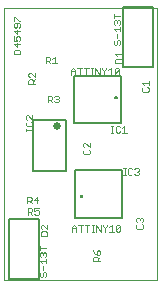
<source format=gto>
G75*
G70*
%OFA0B0*%
%FSLAX24Y24*%
%IPPOS*%
%LPD*%
%AMOC8*
5,1,8,0,0,1.08239X$1,22.5*
%
%ADD10C,0.0000*%
%ADD11C,0.0020*%
%ADD12C,0.0001*%
%ADD13C,0.0050*%
%ADD14C,0.0080*%
%ADD15C,0.0256*%
D10*
X000900Y000980D02*
X000900Y010035D01*
X006018Y010035D01*
X006018Y000980D01*
X000900Y000980D01*
X003440Y003748D02*
X003434Y003759D01*
X003432Y003771D01*
X003434Y003783D01*
X003440Y003794D01*
X003449Y003803D01*
X003459Y003808D01*
X003472Y003810D01*
X003484Y003808D01*
X003495Y003803D01*
X003504Y003794D01*
X003509Y003783D01*
X003511Y003771D01*
X003509Y003759D01*
X003504Y003748D01*
X003495Y003739D01*
X003484Y003733D01*
X003472Y003731D01*
X003459Y003733D01*
X003449Y003739D01*
X003440Y003748D01*
X004608Y007034D02*
X004620Y007032D01*
X004632Y007034D01*
X004643Y007040D01*
X004652Y007048D01*
X004658Y007059D01*
X004660Y007071D01*
X004658Y007084D01*
X004652Y007095D01*
X004643Y007103D01*
X004632Y007109D01*
X004620Y007111D01*
X004608Y007109D01*
X004597Y007103D01*
X004588Y007095D01*
X004583Y007084D01*
X004581Y007071D01*
X004583Y007059D01*
X004588Y007048D01*
X004597Y007040D01*
X004608Y007034D01*
D11*
X004643Y007826D02*
X004606Y007862D01*
X004753Y008009D01*
X004753Y007862D01*
X004716Y007826D01*
X004643Y007826D01*
X004606Y007862D02*
X004606Y008009D01*
X004643Y008046D01*
X004716Y008046D01*
X004753Y008009D01*
X004832Y008211D02*
X004612Y008211D01*
X004612Y008321D01*
X004649Y008357D01*
X004796Y008357D01*
X004832Y008321D01*
X004832Y008211D01*
X004832Y008432D02*
X004832Y008578D01*
X004832Y008505D02*
X004612Y008505D01*
X004685Y008432D01*
X004635Y008828D02*
X004672Y008864D01*
X004672Y008938D01*
X004709Y008974D01*
X004746Y008974D01*
X004782Y008938D01*
X004782Y008864D01*
X004746Y008828D01*
X004635Y008828D02*
X004599Y008828D01*
X004562Y008864D01*
X004562Y008938D01*
X004599Y008974D01*
X004672Y009049D02*
X004672Y009195D01*
X004635Y009270D02*
X004562Y009343D01*
X004782Y009343D01*
X004782Y009270D02*
X004782Y009416D01*
X004746Y009491D02*
X004782Y009527D01*
X004782Y009601D01*
X004746Y009637D01*
X004709Y009637D01*
X004672Y009601D01*
X004672Y009564D01*
X004672Y009601D02*
X004635Y009637D01*
X004599Y009637D01*
X004562Y009601D01*
X004562Y009527D01*
X004599Y009491D01*
X004562Y009712D02*
X004562Y009858D01*
X004562Y009785D02*
X004782Y009785D01*
X004458Y008046D02*
X004385Y007973D01*
X004311Y008009D02*
X004311Y008046D01*
X004311Y008009D02*
X004237Y007936D01*
X004237Y007826D01*
X004237Y007936D02*
X004164Y008009D01*
X004164Y008046D01*
X004090Y008046D02*
X004090Y007826D01*
X003943Y008046D01*
X003943Y007826D01*
X003869Y007826D02*
X003796Y007826D01*
X003832Y007826D02*
X003832Y008046D01*
X003796Y008046D02*
X003869Y008046D01*
X003722Y008046D02*
X003575Y008046D01*
X003648Y008046D02*
X003648Y007826D01*
X003501Y008046D02*
X003354Y008046D01*
X003427Y008046D02*
X003427Y007826D01*
X003280Y007826D02*
X003280Y007973D01*
X003206Y008046D01*
X003133Y007973D01*
X003133Y007826D01*
X003133Y007936D02*
X003280Y007936D01*
X002668Y008200D02*
X002521Y008200D01*
X002594Y008200D02*
X002594Y008420D01*
X002521Y008347D01*
X002447Y008383D02*
X002447Y008310D01*
X002410Y008273D01*
X002300Y008273D01*
X002300Y008200D02*
X002300Y008420D01*
X002410Y008420D01*
X002447Y008383D01*
X002373Y008273D02*
X002447Y008200D01*
X001940Y007886D02*
X001940Y007739D01*
X001793Y007886D01*
X001757Y007886D01*
X001720Y007849D01*
X001720Y007776D01*
X001757Y007739D01*
X001757Y007665D02*
X001830Y007665D01*
X001867Y007628D01*
X001867Y007518D01*
X001940Y007518D02*
X001720Y007518D01*
X001720Y007628D01*
X001757Y007665D01*
X001867Y007591D02*
X001940Y007665D01*
X002358Y007120D02*
X002468Y007120D01*
X002505Y007083D01*
X002505Y007010D01*
X002468Y006973D01*
X002358Y006973D01*
X002358Y006900D02*
X002358Y007120D01*
X002431Y006973D02*
X002505Y006900D01*
X002579Y006937D02*
X002616Y006900D01*
X002689Y006900D01*
X002726Y006937D01*
X002726Y006973D01*
X002689Y007010D01*
X002652Y007010D01*
X002689Y007010D02*
X002726Y007047D01*
X002726Y007083D01*
X002689Y007120D01*
X002616Y007120D01*
X002579Y007083D01*
X001850Y006467D02*
X001850Y006321D01*
X001703Y006467D01*
X001666Y006467D01*
X001630Y006431D01*
X001630Y006357D01*
X001666Y006321D01*
X001666Y006246D02*
X001630Y006210D01*
X001630Y006136D01*
X001666Y006100D01*
X001813Y006100D01*
X001850Y006136D01*
X001850Y006210D01*
X001813Y006246D01*
X001850Y006026D02*
X001850Y005952D01*
X001850Y005989D02*
X001630Y005989D01*
X001630Y005952D02*
X001630Y006026D01*
X001678Y003760D02*
X001788Y003760D01*
X001825Y003723D01*
X001825Y003650D01*
X001788Y003613D01*
X001678Y003613D01*
X001678Y003540D02*
X001678Y003760D01*
X001751Y003613D02*
X001825Y003540D01*
X001899Y003650D02*
X002046Y003650D01*
X002009Y003540D02*
X002009Y003760D01*
X001899Y003650D01*
X001921Y003380D02*
X001921Y003270D01*
X001994Y003307D01*
X002031Y003307D01*
X002068Y003270D01*
X002068Y003197D01*
X002031Y003160D01*
X001958Y003160D01*
X001921Y003197D01*
X001847Y003160D02*
X001773Y003233D01*
X001810Y003233D02*
X001700Y003233D01*
X001700Y003160D02*
X001700Y003380D01*
X001810Y003380D01*
X001847Y003343D01*
X001847Y003270D01*
X001810Y003233D01*
X001921Y003380D02*
X002068Y003380D01*
X002165Y002819D02*
X002128Y002782D01*
X002128Y002708D01*
X002165Y002672D01*
X002165Y002598D02*
X002128Y002561D01*
X002128Y002451D01*
X002348Y002451D01*
X002348Y002561D01*
X002312Y002598D01*
X002165Y002598D01*
X002348Y002672D02*
X002202Y002819D01*
X002165Y002819D01*
X002348Y002819D02*
X002348Y002672D01*
X002098Y002122D02*
X002098Y001975D01*
X002098Y002048D02*
X002318Y002048D01*
X002282Y001901D02*
X002318Y001864D01*
X002318Y001790D01*
X002282Y001754D01*
X002318Y001680D02*
X002318Y001533D01*
X002318Y001606D02*
X002098Y001606D01*
X002172Y001533D01*
X002208Y001459D02*
X002208Y001312D01*
X002245Y001238D02*
X002282Y001238D01*
X002318Y001201D01*
X002318Y001127D01*
X002282Y001091D01*
X002208Y001127D02*
X002208Y001201D01*
X002245Y001238D01*
X002208Y001127D02*
X002172Y001091D01*
X002135Y001091D01*
X002098Y001127D01*
X002098Y001201D01*
X002135Y001238D01*
X002135Y001754D02*
X002098Y001790D01*
X002098Y001864D01*
X002135Y001901D01*
X002172Y001901D01*
X002208Y001864D01*
X002245Y001901D01*
X002282Y001901D01*
X002208Y001864D02*
X002208Y001827D01*
X003165Y002596D02*
X003165Y002743D01*
X003238Y002817D01*
X003312Y002743D01*
X003312Y002596D01*
X003312Y002707D02*
X003165Y002707D01*
X003386Y002817D02*
X003533Y002817D01*
X003607Y002817D02*
X003754Y002817D01*
X003828Y002817D02*
X003901Y002817D01*
X003864Y002817D02*
X003864Y002596D01*
X003828Y002596D02*
X003901Y002596D01*
X003975Y002596D02*
X003975Y002817D01*
X004122Y002596D01*
X004122Y002817D01*
X004196Y002817D02*
X004196Y002780D01*
X004269Y002707D01*
X004269Y002596D01*
X004269Y002707D02*
X004343Y002780D01*
X004343Y002817D01*
X004417Y002743D02*
X004490Y002817D01*
X004490Y002596D01*
X004417Y002596D02*
X004564Y002596D01*
X004638Y002633D02*
X004785Y002780D01*
X004785Y002633D01*
X004748Y002596D01*
X004675Y002596D01*
X004638Y002633D01*
X004638Y002780D01*
X004675Y002817D01*
X004748Y002817D01*
X004785Y002780D01*
X005318Y002803D02*
X005318Y002729D01*
X005354Y002692D01*
X005501Y002692D01*
X005538Y002729D01*
X005538Y002803D01*
X005501Y002839D01*
X005501Y002913D02*
X005538Y002950D01*
X005538Y003024D01*
X005501Y003060D01*
X005465Y003060D01*
X005428Y003024D01*
X005428Y002987D01*
X005428Y003024D02*
X005391Y003060D01*
X005354Y003060D01*
X005318Y003024D01*
X005318Y002950D01*
X005354Y002913D01*
X005354Y002839D02*
X005318Y002803D01*
X005290Y004487D02*
X005253Y004524D01*
X005290Y004487D02*
X005363Y004487D01*
X005400Y004524D01*
X005400Y004560D01*
X005363Y004597D01*
X005327Y004597D01*
X005363Y004597D02*
X005400Y004634D01*
X005400Y004670D01*
X005363Y004707D01*
X005290Y004707D01*
X005253Y004670D01*
X005179Y004670D02*
X005142Y004707D01*
X005069Y004707D01*
X005032Y004670D01*
X005032Y004524D01*
X005069Y004487D01*
X005142Y004487D01*
X005179Y004524D01*
X004958Y004487D02*
X004885Y004487D01*
X004922Y004487D02*
X004922Y004707D01*
X004958Y004707D02*
X004885Y004707D01*
X004919Y005895D02*
X004919Y006116D01*
X004846Y006042D01*
X004772Y006079D02*
X004735Y006116D01*
X004662Y006116D01*
X004625Y006079D01*
X004625Y005932D01*
X004662Y005895D01*
X004735Y005895D01*
X004772Y005932D01*
X004846Y005895D02*
X004993Y005895D01*
X004551Y005895D02*
X004478Y005895D01*
X004514Y005895D02*
X004514Y006116D01*
X004478Y006116D02*
X004551Y006116D01*
X003760Y005548D02*
X003760Y005401D01*
X003613Y005548D01*
X003577Y005548D01*
X003540Y005511D01*
X003540Y005438D01*
X003577Y005401D01*
X003577Y005327D02*
X003540Y005290D01*
X003540Y005217D01*
X003577Y005180D01*
X003723Y005180D01*
X003760Y005217D01*
X003760Y005290D01*
X003723Y005327D01*
X003680Y002817D02*
X003680Y002596D01*
X003459Y002596D02*
X003459Y002817D01*
X003880Y001966D02*
X003917Y001892D01*
X003990Y001819D01*
X003990Y001929D01*
X004027Y001966D01*
X004063Y001966D01*
X004100Y001929D01*
X004100Y001856D01*
X004063Y001819D01*
X003990Y001819D01*
X003990Y001745D02*
X003917Y001745D01*
X003880Y001708D01*
X003880Y001598D01*
X004100Y001598D01*
X004027Y001598D02*
X004027Y001708D01*
X003990Y001745D01*
X004027Y001671D02*
X004100Y001745D01*
X005540Y007255D02*
X005503Y007291D01*
X005503Y007365D01*
X005540Y007402D01*
X005576Y007476D02*
X005503Y007549D01*
X005723Y007549D01*
X005723Y007476D02*
X005723Y007622D01*
X005686Y007402D02*
X005723Y007365D01*
X005723Y007291D01*
X005686Y007255D01*
X005540Y007255D01*
X004532Y007826D02*
X004385Y007826D01*
X004458Y007826D02*
X004458Y008046D01*
X001450Y008510D02*
X001450Y008620D01*
X001413Y008657D01*
X001267Y008657D01*
X001230Y008620D01*
X001230Y008510D01*
X001450Y008510D01*
X001340Y008731D02*
X001340Y008878D01*
X001340Y008952D02*
X001303Y009025D01*
X001303Y009062D01*
X001340Y009099D01*
X001413Y009099D01*
X001450Y009062D01*
X001450Y008989D01*
X001413Y008952D01*
X001340Y008952D02*
X001230Y008952D01*
X001230Y009099D01*
X001340Y009173D02*
X001340Y009320D01*
X001303Y009394D02*
X001267Y009394D01*
X001230Y009431D01*
X001230Y009504D01*
X001267Y009541D01*
X001413Y009541D01*
X001450Y009504D01*
X001450Y009431D01*
X001413Y009394D01*
X001340Y009431D02*
X001340Y009541D01*
X001413Y009615D02*
X001450Y009615D01*
X001413Y009615D02*
X001267Y009762D01*
X001230Y009762D01*
X001230Y009615D01*
X001340Y009431D02*
X001303Y009394D01*
X001230Y009283D02*
X001340Y009173D01*
X001450Y009283D02*
X001230Y009283D01*
X001230Y008841D02*
X001340Y008731D01*
X001450Y008841D02*
X001230Y008841D01*
D12*
X004582Y007081D02*
X004658Y007081D01*
X004658Y007082D02*
X004582Y007082D01*
X004583Y007083D02*
X004658Y007083D01*
X004657Y007084D02*
X004583Y007084D01*
X004583Y007085D02*
X004657Y007085D01*
X004656Y007086D02*
X004584Y007086D01*
X004584Y007087D02*
X004656Y007087D01*
X004655Y007088D02*
X004585Y007088D01*
X004585Y007089D02*
X004655Y007089D01*
X004654Y007090D02*
X004586Y007090D01*
X004586Y007091D02*
X004654Y007091D01*
X004653Y007092D02*
X004587Y007092D01*
X004587Y007093D02*
X004653Y007093D01*
X004652Y007094D02*
X004588Y007094D01*
X004589Y007095D02*
X004652Y007095D01*
X004651Y007096D02*
X004590Y007096D01*
X004591Y007097D02*
X004650Y007097D01*
X004649Y007098D02*
X004592Y007098D01*
X004593Y007099D02*
X004648Y007099D01*
X004647Y007100D02*
X004594Y007100D01*
X004595Y007101D02*
X004646Y007101D01*
X004645Y007102D02*
X004596Y007102D01*
X004597Y007103D02*
X004644Y007103D01*
X004642Y007104D02*
X004598Y007104D01*
X004600Y007105D02*
X004640Y007105D01*
X004638Y007106D02*
X004602Y007106D01*
X004604Y007107D02*
X004636Y007107D01*
X004634Y007108D02*
X004606Y007108D01*
X004608Y007109D02*
X004632Y007109D01*
X004626Y007110D02*
X004614Y007110D01*
X004582Y007080D02*
X004658Y007080D01*
X004658Y007079D02*
X004582Y007079D01*
X004582Y007078D02*
X004658Y007078D01*
X004659Y007077D02*
X004582Y007077D01*
X004581Y007076D02*
X004659Y007076D01*
X004659Y007075D02*
X004581Y007075D01*
X004581Y007074D02*
X004659Y007074D01*
X004659Y007073D02*
X004581Y007073D01*
X004581Y007072D02*
X004659Y007072D01*
X004659Y007071D02*
X004581Y007071D01*
X004581Y007070D02*
X004659Y007070D01*
X004659Y007069D02*
X004581Y007069D01*
X004581Y007068D02*
X004659Y007068D01*
X004659Y007067D02*
X004581Y007067D01*
X004582Y007066D02*
X004659Y007066D01*
X004658Y007065D02*
X004582Y007065D01*
X004582Y007064D02*
X004658Y007064D01*
X004658Y007063D02*
X004582Y007063D01*
X004582Y007062D02*
X004658Y007062D01*
X004658Y007061D02*
X004582Y007061D01*
X004583Y007060D02*
X004658Y007060D01*
X004657Y007059D02*
X004583Y007059D01*
X004583Y007058D02*
X004657Y007058D01*
X004656Y007057D02*
X004584Y007057D01*
X004584Y007056D02*
X004656Y007056D01*
X004655Y007055D02*
X004585Y007055D01*
X004585Y007054D02*
X004655Y007054D01*
X004654Y007053D02*
X004586Y007053D01*
X004586Y007052D02*
X004654Y007052D01*
X004653Y007051D02*
X004587Y007051D01*
X004587Y007050D02*
X004653Y007050D01*
X004652Y007049D02*
X004588Y007049D01*
X004589Y007048D02*
X004652Y007048D01*
X004651Y007047D02*
X004590Y007047D01*
X004591Y007046D02*
X004650Y007046D01*
X004649Y007045D02*
X004592Y007045D01*
X004593Y007044D02*
X004648Y007044D01*
X004647Y007043D02*
X004594Y007043D01*
X004595Y007042D02*
X004646Y007042D01*
X004645Y007041D02*
X004596Y007041D01*
X004597Y007040D02*
X004644Y007040D01*
X004642Y007039D02*
X004598Y007039D01*
X004600Y007038D02*
X004640Y007038D01*
X004638Y007037D02*
X004602Y007037D01*
X004604Y007036D02*
X004636Y007036D01*
X004634Y007035D02*
X004606Y007035D01*
X004608Y007034D02*
X004632Y007034D01*
X004626Y007033D02*
X004614Y007033D01*
X003483Y003808D02*
X003460Y003808D01*
X003458Y003807D02*
X003486Y003807D01*
X003488Y003806D02*
X003456Y003806D01*
X003454Y003805D02*
X003490Y003805D01*
X003492Y003804D02*
X003452Y003804D01*
X003450Y003803D02*
X003494Y003803D01*
X003495Y003802D02*
X003448Y003802D01*
X003447Y003801D02*
X003496Y003801D01*
X003497Y003800D02*
X003446Y003800D01*
X003445Y003799D02*
X003498Y003799D01*
X003499Y003798D02*
X003444Y003798D01*
X003443Y003797D02*
X003500Y003797D01*
X003501Y003796D02*
X003442Y003796D01*
X003441Y003795D02*
X003502Y003795D01*
X003503Y003794D02*
X003440Y003794D01*
X003439Y003793D02*
X003504Y003793D01*
X003504Y003792D02*
X003439Y003792D01*
X003438Y003791D02*
X003505Y003791D01*
X003505Y003790D02*
X003438Y003790D01*
X003437Y003789D02*
X003506Y003789D01*
X003506Y003788D02*
X003437Y003788D01*
X003436Y003787D02*
X003507Y003787D01*
X003507Y003786D02*
X003436Y003786D01*
X003435Y003785D02*
X003508Y003785D01*
X003508Y003784D02*
X003435Y003784D01*
X003434Y003783D02*
X003509Y003783D01*
X003509Y003782D02*
X003434Y003782D01*
X003434Y003781D02*
X003509Y003781D01*
X003510Y003780D02*
X003434Y003780D01*
X003434Y003779D02*
X003510Y003779D01*
X003510Y003778D02*
X003433Y003778D01*
X003433Y003777D02*
X003510Y003777D01*
X003510Y003776D02*
X003433Y003776D01*
X003433Y003775D02*
X003510Y003775D01*
X003510Y003774D02*
X003433Y003774D01*
X003433Y003773D02*
X003511Y003773D01*
X003511Y003772D02*
X003433Y003772D01*
X003432Y003771D02*
X003511Y003771D01*
X003511Y003770D02*
X003432Y003770D01*
X003433Y003769D02*
X003511Y003769D01*
X003511Y003768D02*
X003433Y003768D01*
X003433Y003767D02*
X003510Y003767D01*
X003510Y003766D02*
X003433Y003766D01*
X003433Y003765D02*
X003510Y003765D01*
X003510Y003764D02*
X003433Y003764D01*
X003433Y003763D02*
X003510Y003763D01*
X003510Y003762D02*
X003434Y003762D01*
X003434Y003761D02*
X003510Y003761D01*
X003509Y003760D02*
X003434Y003760D01*
X003434Y003759D02*
X003509Y003759D01*
X003509Y003758D02*
X003434Y003758D01*
X003435Y003757D02*
X003508Y003757D01*
X003508Y003756D02*
X003435Y003756D01*
X003436Y003755D02*
X003507Y003755D01*
X003507Y003754D02*
X003436Y003754D01*
X003437Y003753D02*
X003506Y003753D01*
X003506Y003752D02*
X003437Y003752D01*
X003438Y003751D02*
X003505Y003751D01*
X003505Y003750D02*
X003438Y003750D01*
X003439Y003749D02*
X003504Y003749D01*
X003504Y003748D02*
X003439Y003748D01*
X003440Y003747D02*
X003503Y003747D01*
X003502Y003746D02*
X003441Y003746D01*
X003442Y003745D02*
X003501Y003745D01*
X003500Y003744D02*
X003443Y003744D01*
X003444Y003743D02*
X003499Y003743D01*
X003498Y003742D02*
X003445Y003742D01*
X003446Y003741D02*
X003497Y003741D01*
X003496Y003740D02*
X003447Y003740D01*
X003448Y003739D02*
X003495Y003739D01*
X003494Y003738D02*
X003450Y003738D01*
X003452Y003737D02*
X003492Y003737D01*
X003490Y003736D02*
X003454Y003736D01*
X003456Y003735D02*
X003488Y003735D01*
X003486Y003734D02*
X003457Y003734D01*
X003459Y003733D02*
X003484Y003733D01*
X003478Y003732D02*
X003466Y003732D01*
X003466Y003809D02*
X003477Y003809D01*
D13*
X003275Y003062D02*
X004850Y003062D01*
X004850Y004637D01*
X003275Y004637D01*
X003275Y003062D01*
X002078Y003001D02*
X001078Y003001D01*
X001078Y001001D01*
X002078Y001001D01*
X002078Y003001D01*
X003242Y006205D02*
X004817Y006205D01*
X004817Y007780D01*
X003242Y007780D01*
X003242Y006205D01*
X004882Y008083D02*
X005882Y008083D01*
X005882Y010083D01*
X004882Y010083D01*
X004882Y008083D01*
D14*
X002971Y006306D02*
X001869Y006306D01*
X001869Y004614D01*
X002971Y004614D01*
X002971Y006306D01*
D15*
X002676Y006100D03*
M02*

</source>
